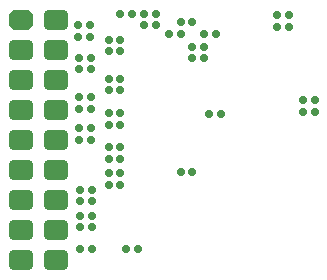
<source format=gbr>
%TF.GenerationSoftware,Altium Limited,Altium Designer,23.9.2 (47)*%
G04 Layer_Color=255*
%FSLAX45Y45*%
%MOMM*%
%TF.SameCoordinates,AC4A3DE0-5486-420A-B1FF-1F5B93080124*%
%TF.FilePolarity,Positive*%
%TF.FileFunction,Pads,Bot*%
%TF.Part,Single*%
G01*
G75*
%TA.AperFunction,SMDPad,CuDef*%
G04:AMPARAMS|DCode=25|XSize=0.6mm|YSize=0.6mm|CornerRadius=0.15mm|HoleSize=0mm|Usage=FLASHONLY|Rotation=90.000|XOffset=0mm|YOffset=0mm|HoleType=Round|Shape=RoundedRectangle|*
%AMROUNDEDRECTD25*
21,1,0.60000,0.30000,0,0,90.0*
21,1,0.30000,0.60000,0,0,90.0*
1,1,0.30000,0.15000,0.15000*
1,1,0.30000,0.15000,-0.15000*
1,1,0.30000,-0.15000,-0.15000*
1,1,0.30000,-0.15000,0.15000*
%
%ADD25ROUNDEDRECTD25*%
%TA.AperFunction,ComponentPad*%
G04:AMPARAMS|DCode=30|XSize=1.7mm|YSize=2.1mm|CornerRadius=0.425mm|HoleSize=0mm|Usage=FLASHONLY|Rotation=270.000|XOffset=0mm|YOffset=0mm|HoleType=Round|Shape=RoundedRectangle|*
%AMROUNDEDRECTD30*
21,1,1.70000,1.25001,0,0,270.0*
21,1,0.85000,2.10000,0,0,270.0*
1,1,0.85000,-0.62500,-0.42500*
1,1,0.85000,-0.62500,0.42500*
1,1,0.85000,0.62500,0.42500*
1,1,0.85000,0.62500,-0.42500*
%
%ADD30ROUNDEDRECTD30*%
G04:AMPARAMS|DCode=31|XSize=1.7mm|YSize=2.1mm|CornerRadius=0mm|HoleSize=0mm|Usage=FLASHONLY|Rotation=270.000|XOffset=0mm|YOffset=0mm|HoleType=Round|Shape=Octagon|*
%AMOCTAGOND31*
4,1,8,1.05000,0.42500,1.05000,-0.42500,0.62500,-0.85000,-0.62500,-0.85000,-1.05000,-0.42500,-1.05000,0.42500,-0.62500,0.85000,0.62500,0.85000,1.05000,0.42500,0.0*
%
%ADD31OCTAGOND31*%

D25*
X1000000Y2380000D02*
D03*
X1100000D02*
D03*
X1610000Y2100000D02*
D03*
X1710000D02*
D03*
X1750000Y1530000D02*
D03*
X1850000D02*
D03*
X660000Y390000D02*
D03*
X760000D02*
D03*
X2550000Y1650000D02*
D03*
X2650000D02*
D03*
X2430000Y2270000D02*
D03*
X2330000D02*
D03*
X650000Y1670000D02*
D03*
X750000D02*
D03*
X659999Y889998D02*
D03*
X759999D02*
D03*
X900000Y1250000D02*
D03*
X1000000D02*
D03*
X900000Y1830000D02*
D03*
X1000000D02*
D03*
X650000Y2000000D02*
D03*
X750000D02*
D03*
X1200000Y2380000D02*
D03*
X1300000D02*
D03*
X1510000Y2310000D02*
D03*
X1610000D02*
D03*
X900000Y1540000D02*
D03*
X1000000D02*
D03*
X1710000Y2210000D02*
D03*
X1810000D02*
D03*
X900000Y1030000D02*
D03*
X1000000D02*
D03*
X900000Y2160000D02*
D03*
X1000000D02*
D03*
X640000Y2280000D02*
D03*
X740000D02*
D03*
X2430000Y2370000D02*
D03*
X2330000D02*
D03*
X650000Y1410000D02*
D03*
X750000D02*
D03*
X750000Y1570000D02*
D03*
X650000D02*
D03*
X1410000Y2210000D02*
D03*
X1510000D02*
D03*
X750000Y1310000D02*
D03*
X650000D02*
D03*
X1300000Y2280000D02*
D03*
X1200000D02*
D03*
X1000000Y1440000D02*
D03*
X900000D02*
D03*
X760000Y790000D02*
D03*
X660000D02*
D03*
X900000Y1150000D02*
D03*
X1000000D02*
D03*
X660000Y670000D02*
D03*
X760000D02*
D03*
X1050000Y390000D02*
D03*
X1150000D02*
D03*
X660000Y570000D02*
D03*
X760000D02*
D03*
X1710000Y2000000D02*
D03*
X1610000D02*
D03*
X900000Y930000D02*
D03*
X1000000D02*
D03*
X900000Y1730000D02*
D03*
X1000000D02*
D03*
X650000Y1910000D02*
D03*
X750000D02*
D03*
X2550000Y1550000D02*
D03*
X2650000D02*
D03*
X1000000Y2060000D02*
D03*
X900000D02*
D03*
X1510000Y1040000D02*
D03*
X1610000D02*
D03*
X740000Y2180000D02*
D03*
X640000D02*
D03*
D30*
X454000Y294000D02*
D03*
Y548000D02*
D03*
X160000Y294000D02*
D03*
Y548000D02*
D03*
X454000Y802000D02*
D03*
Y1056000D02*
D03*
Y1310000D02*
D03*
Y1564000D02*
D03*
Y1818000D02*
D03*
Y2072000D02*
D03*
Y2326000D02*
D03*
X160000Y802000D02*
D03*
Y1056000D02*
D03*
Y1310000D02*
D03*
Y1564000D02*
D03*
Y1818000D02*
D03*
Y2072000D02*
D03*
D31*
Y2326000D02*
D03*
%TF.MD5,8ef8121c8d20f71bb910fe581d2eaf3b*%
M02*

</source>
